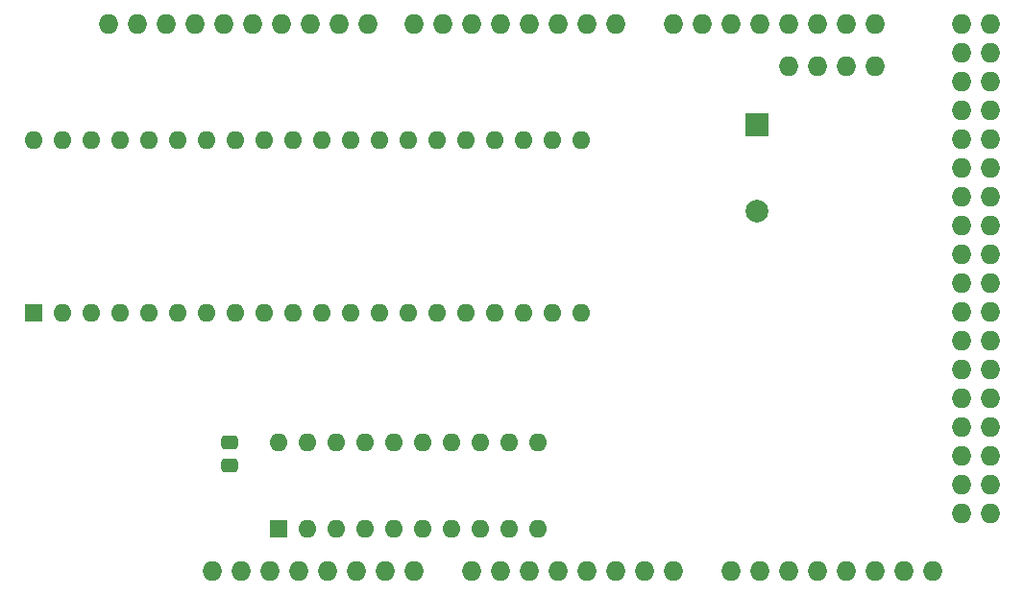
<source format=gbs>
%TF.GenerationSoftware,KiCad,Pcbnew,(6.0.7)*%
%TF.CreationDate,2024-05-09T09:52:52-04:00*%
%TF.ProjectId,ard8088,61726438-3038-4382-9e6b-696361645f70,1.1*%
%TF.SameCoordinates,Original*%
%TF.FileFunction,Soldermask,Bot*%
%TF.FilePolarity,Negative*%
%FSLAX46Y46*%
G04 Gerber Fmt 4.6, Leading zero omitted, Abs format (unit mm)*
G04 Created by KiCad (PCBNEW (6.0.7)) date 2024-05-09 09:52:52*
%MOMM*%
%LPD*%
G01*
G04 APERTURE LIST*
G04 Aperture macros list*
%AMRoundRect*
0 Rectangle with rounded corners*
0 $1 Rounding radius*
0 $2 $3 $4 $5 $6 $7 $8 $9 X,Y pos of 4 corners*
0 Add a 4 corners polygon primitive as box body*
4,1,4,$2,$3,$4,$5,$6,$7,$8,$9,$2,$3,0*
0 Add four circle primitives for the rounded corners*
1,1,$1+$1,$2,$3*
1,1,$1+$1,$4,$5*
1,1,$1+$1,$6,$7*
1,1,$1+$1,$8,$9*
0 Add four rect primitives between the rounded corners*
20,1,$1+$1,$2,$3,$4,$5,0*
20,1,$1+$1,$4,$5,$6,$7,0*
20,1,$1+$1,$6,$7,$8,$9,0*
20,1,$1+$1,$8,$9,$2,$3,0*%
G04 Aperture macros list end*
%ADD10O,1.727200X1.727200*%
%ADD11R,1.600000X1.600000*%
%ADD12O,1.600000X1.600000*%
%ADD13R,2.000000X2.000000*%
%ADD14C,2.000000*%
%ADD15RoundRect,0.250000X-0.475000X0.337500X-0.475000X-0.337500X0.475000X-0.337500X0.475000X0.337500X0*%
G04 APERTURE END LIST*
D10*
%TO.C,XA1*%
X175514000Y-69769223D03*
X172974000Y-69769223D03*
X170434000Y-69769223D03*
X167894000Y-69769223D03*
X117094000Y-114300000D03*
X124714000Y-114300000D03*
X127254000Y-114300000D03*
X183134000Y-66040000D03*
X185674000Y-66040000D03*
X139954000Y-114300000D03*
X142494000Y-114300000D03*
X145034000Y-114300000D03*
X147574000Y-114300000D03*
X150114000Y-114300000D03*
X152654000Y-114300000D03*
X155194000Y-114300000D03*
X157734000Y-114300000D03*
X162814000Y-114300000D03*
X165354000Y-114300000D03*
X167894000Y-114300000D03*
X170434000Y-114300000D03*
X172974000Y-114300000D03*
X175514000Y-114300000D03*
X178054000Y-114300000D03*
X180594000Y-114300000D03*
X113030000Y-66040000D03*
X152654000Y-66040000D03*
X150114000Y-66040000D03*
X147574000Y-66040000D03*
X145034000Y-66040000D03*
X142494000Y-66040000D03*
X139954000Y-66040000D03*
X137414000Y-66040000D03*
X134874000Y-66040000D03*
X130810000Y-66040000D03*
X128270000Y-66040000D03*
X125730000Y-66040000D03*
X123190000Y-66040000D03*
X120650000Y-66040000D03*
X118110000Y-66040000D03*
X157734000Y-66040000D03*
X160274000Y-66040000D03*
X162814000Y-66040000D03*
X165354000Y-66040000D03*
X167894000Y-66040000D03*
X170434000Y-66040000D03*
X172974000Y-66040000D03*
X175514000Y-66040000D03*
X183134000Y-68580000D03*
X185674000Y-68580000D03*
X183134000Y-71120000D03*
X185674000Y-71120000D03*
X183134000Y-73660000D03*
X185674000Y-73660000D03*
X183134000Y-76200000D03*
X185674000Y-76200000D03*
X183134000Y-78740000D03*
X185674000Y-78740000D03*
X183134000Y-81280000D03*
X185674000Y-81280000D03*
X183134000Y-83820000D03*
X185674000Y-83820000D03*
X183134000Y-86360000D03*
X185674000Y-86360000D03*
X183134000Y-88900000D03*
X185674000Y-88900000D03*
X183134000Y-91440000D03*
X185674000Y-91440000D03*
X183134000Y-93980000D03*
X185674000Y-93980000D03*
X183134000Y-96520000D03*
X185674000Y-96520000D03*
X183134000Y-99060000D03*
X185674000Y-99060000D03*
X183134000Y-101600000D03*
X185674000Y-101600000D03*
X183134000Y-104140000D03*
X185674000Y-104140000D03*
X183134000Y-106680000D03*
X185674000Y-106680000D03*
X115570000Y-66040000D03*
X129794000Y-114300000D03*
X132334000Y-114300000D03*
X183134000Y-109220000D03*
X185674000Y-109220000D03*
X119634000Y-114300000D03*
X122174000Y-114300000D03*
X107950000Y-66040000D03*
X110490000Y-66040000D03*
X134874000Y-114300000D03*
%TD*%
D11*
%TO.C,U1*%
X101369000Y-91505000D03*
D12*
X103909000Y-91505000D03*
X106449000Y-91505000D03*
X108989000Y-91505000D03*
X111529000Y-91505000D03*
X114069000Y-91505000D03*
X116609000Y-91505000D03*
X119149000Y-91505000D03*
X121689000Y-91505000D03*
X124229000Y-91505000D03*
X126769000Y-91505000D03*
X129309000Y-91505000D03*
X131849000Y-91505000D03*
X134389000Y-91505000D03*
X136929000Y-91505000D03*
X139469000Y-91505000D03*
X142009000Y-91505000D03*
X144549000Y-91505000D03*
X147089000Y-91505000D03*
X149629000Y-91505000D03*
X149629000Y-76265000D03*
X147089000Y-76265000D03*
X144549000Y-76265000D03*
X142009000Y-76265000D03*
X139469000Y-76265000D03*
X136929000Y-76265000D03*
X134389000Y-76265000D03*
X131849000Y-76265000D03*
X129309000Y-76265000D03*
X126769000Y-76265000D03*
X124229000Y-76265000D03*
X121689000Y-76265000D03*
X119149000Y-76265000D03*
X116609000Y-76265000D03*
X114069000Y-76265000D03*
X111529000Y-76265000D03*
X108989000Y-76265000D03*
X106449000Y-76265000D03*
X103909000Y-76265000D03*
X101369000Y-76265000D03*
%TD*%
D11*
%TO.C,U2*%
X122959000Y-110540000D03*
D12*
X125499000Y-110540000D03*
X128039000Y-110540000D03*
X130579000Y-110540000D03*
X133119000Y-110540000D03*
X135659000Y-110540000D03*
X138199000Y-110540000D03*
X140739000Y-110540000D03*
X143279000Y-110540000D03*
X145819000Y-110540000D03*
X145819000Y-102920000D03*
X143279000Y-102920000D03*
X140739000Y-102920000D03*
X138199000Y-102920000D03*
X135659000Y-102920000D03*
X133119000Y-102920000D03*
X130579000Y-102920000D03*
X128039000Y-102920000D03*
X125499000Y-102920000D03*
X122959000Y-102920000D03*
%TD*%
D13*
%TO.C,BZ1*%
X165100000Y-74930000D03*
D14*
X165100000Y-82530000D03*
%TD*%
D15*
%TO.C,C2*%
X118626888Y-102925286D03*
X118626888Y-105000286D03*
%TD*%
M02*

</source>
